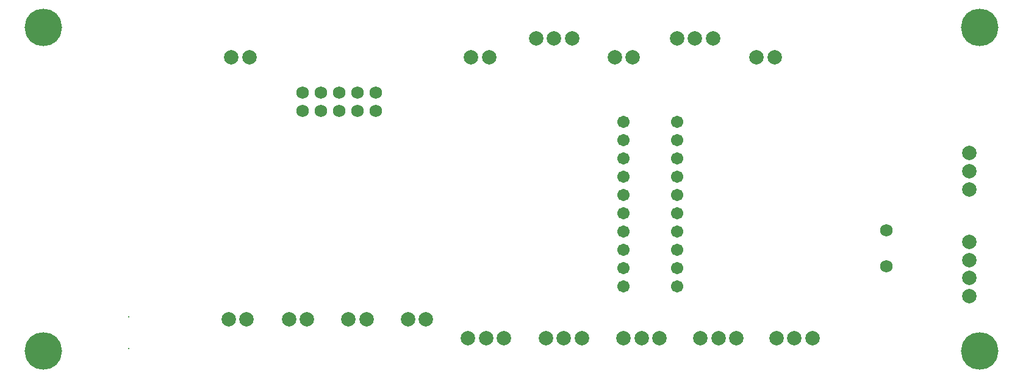
<source format=gbs>
G04*
G04 #@! TF.GenerationSoftware,Altium Limited,CircuitStudio,1.5.2 (30)*
G04*
G04 Layer_Color=8150272*
%FSLAX25Y25*%
%MOIN*%
G70*
G01*
G75*
%ADD67C,0.06800*%
%ADD68C,0.06706*%
%ADD69C,0.00800*%
%ADD70C,0.07887*%
%ADD71C,0.20485*%
D67*
X1535000Y422342D02*
D03*
Y402658D02*
D03*
X1216000Y487500D02*
D03*
Y497500D02*
D03*
X1226000Y487500D02*
D03*
Y497500D02*
D03*
X1236000Y487500D02*
D03*
Y497500D02*
D03*
X1246000Y487500D02*
D03*
Y497500D02*
D03*
X1256000Y487500D02*
D03*
Y497500D02*
D03*
D68*
X1391236Y481500D02*
D03*
Y471500D02*
D03*
Y461500D02*
D03*
Y451500D02*
D03*
Y441500D02*
D03*
Y431500D02*
D03*
Y421500D02*
D03*
Y411500D02*
D03*
Y401500D02*
D03*
Y391500D02*
D03*
X1420764D02*
D03*
Y401500D02*
D03*
Y411500D02*
D03*
Y421500D02*
D03*
Y431500D02*
D03*
Y441500D02*
D03*
Y451500D02*
D03*
Y461500D02*
D03*
Y471500D02*
D03*
Y481500D02*
D03*
D69*
X1121000Y374902D02*
D03*
Y357579D02*
D03*
D70*
X1306315Y363221D02*
D03*
X1316158D02*
D03*
X1326000D02*
D03*
X1348815D02*
D03*
X1358657D02*
D03*
X1368500D02*
D03*
X1391315D02*
D03*
X1401157D02*
D03*
X1411000D02*
D03*
X1433315D02*
D03*
X1443157D02*
D03*
X1453000D02*
D03*
X1474815D02*
D03*
X1484657D02*
D03*
X1494500D02*
D03*
X1218421Y373508D02*
D03*
X1208579D02*
D03*
X1250921D02*
D03*
X1241079D02*
D03*
X1283421D02*
D03*
X1273579D02*
D03*
X1185421D02*
D03*
X1175579D02*
D03*
X1440185Y527280D02*
D03*
X1430342D02*
D03*
X1420500D02*
D03*
X1363185D02*
D03*
X1353343D02*
D03*
X1343500D02*
D03*
X1580280Y416000D02*
D03*
Y406157D02*
D03*
Y396315D02*
D03*
Y386472D02*
D03*
Y444815D02*
D03*
Y454658D02*
D03*
Y464500D02*
D03*
X1177079Y516992D02*
D03*
X1186921D02*
D03*
X1386579D02*
D03*
X1396421D02*
D03*
X1308079D02*
D03*
X1317921D02*
D03*
X1464079D02*
D03*
X1473921D02*
D03*
D71*
X1074185Y356185D02*
D03*
Y533350D02*
D03*
X1585996Y356185D02*
D03*
Y533350D02*
D03*
M02*

</source>
